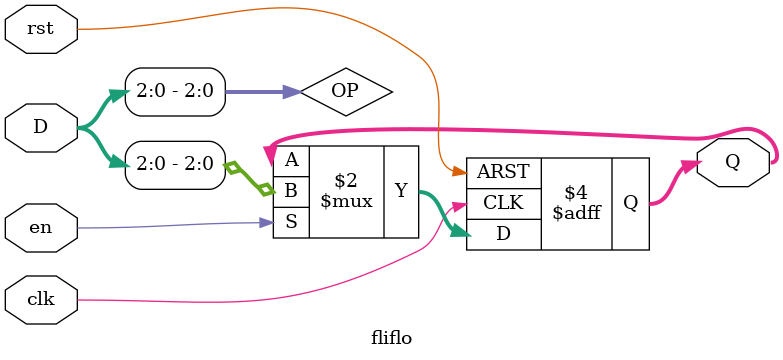
<source format=sv>
`timescale 1ns / 1ps

// fliflo nombre_(.clk(),.rst(),.en(),.D(),.Q());

module fliflo(
    input logic clk, rst, en,
    input logic [4:0]D,
    
    output logic [2:0]Q
    );
    logic [2:0] OP;
    assign OP = D[2:0];
    always_ff @(posedge clk, posedge rst) begin
        if (rst) begin
            Q<='b0;
        end
        else if (en) begin
            Q<=OP;
        end
    end
    
endmodule

</source>
